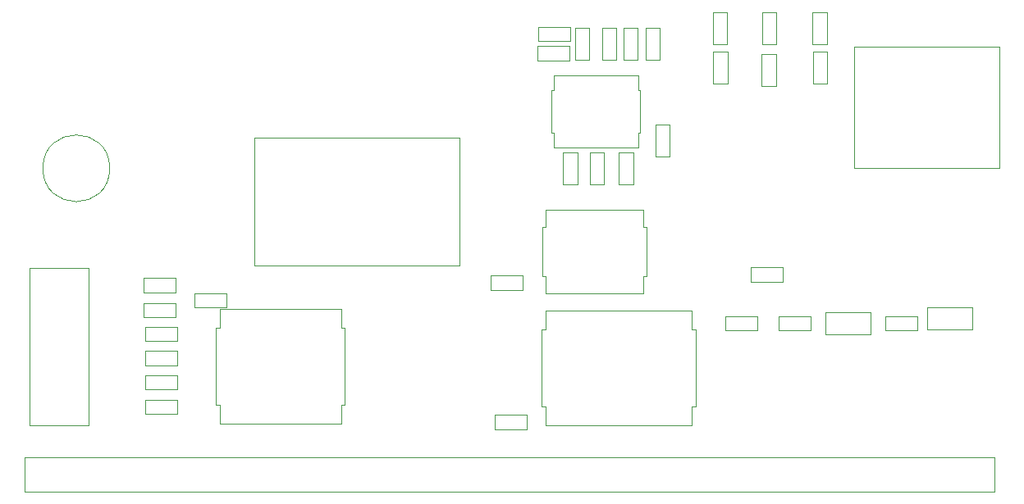
<source format=gbr>
%TF.GenerationSoftware,KiCad,Pcbnew,9.0.1+1*%
%TF.CreationDate,2025-08-21T22:40:51+00:00*%
%TF.ProjectId,rcbus-ymf262,72636275-732d-4796-9d66-3236322e6b69,@version@*%
%TF.SameCoordinates,Original*%
%TF.FileFunction,Other,User*%
%FSLAX46Y46*%
G04 Gerber Fmt 4.6, Leading zero omitted, Abs format (unit mm)*
G04 Created by KiCad (PCBNEW 9.0.1+1) date 2025-08-21 22:40:51*
%MOMM*%
%LPD*%
G01*
G04 APERTURE LIST*
%ADD10C,0.050000*%
G04 APERTURE END LIST*
D10*
%TO.C,C1*%
X108687500Y-156870000D02*
X111987500Y-156870000D01*
X108687500Y-158330000D02*
X108687500Y-156870000D01*
X111987500Y-156870000D02*
X111987500Y-158330000D01*
X111987500Y-158330000D02*
X108687500Y-158330000D01*
%TO.C,C7*%
X108312500Y-142470000D02*
X111612500Y-142470000D01*
X108312500Y-143930000D02*
X108312500Y-142470000D01*
X111612500Y-142470000D02*
X111612500Y-143930000D01*
X111612500Y-143930000D02*
X108312500Y-143930000D01*
%TO.C,CON1*%
X145819000Y-131345000D02*
X145819000Y-118845000D01*
X160819000Y-118845000D02*
X145819000Y-118845000D01*
X160819000Y-131345000D02*
X145819000Y-131345000D01*
X160819000Y-131345000D02*
X160819000Y-118845000D01*
%TO.C,JP1*%
X60680000Y-141690000D02*
X60680000Y-157930000D01*
X60680000Y-157930000D02*
X66770000Y-157930000D01*
X66770000Y-141690000D02*
X60680000Y-141690000D01*
X66770000Y-157930000D02*
X66770000Y-141690000D01*
%TO.C,X1*%
X83900000Y-128230000D02*
X83900000Y-141430000D01*
X83900000Y-141430000D02*
X105100000Y-141430000D01*
X105100000Y-128230000D02*
X83900000Y-128230000D01*
X105100000Y-141430000D02*
X105100000Y-128230000D01*
%TO.C,H1*%
X68982000Y-131382000D02*
G75*
G02*
X62082000Y-131382000I-3450000J0D01*
G01*
X62082000Y-131382000D02*
G75*
G02*
X68982000Y-131382000I3450000J0D01*
G01*
%TO.C,P1*%
X60200000Y-161200000D02*
X60200000Y-164800000D01*
X60200000Y-164800000D02*
X160300000Y-164800000D01*
X160300000Y-161200000D02*
X60200000Y-161200000D01*
X160300000Y-164800000D02*
X160300000Y-161200000D01*
%TO.C,U1*%
X79945000Y-147850000D02*
X80325000Y-147850000D01*
X79945000Y-155850000D02*
X79945000Y-147850000D01*
X80325000Y-145920000D02*
X92865000Y-145920000D01*
X80325000Y-147850000D02*
X80325000Y-145920000D01*
X80325000Y-155850000D02*
X79945000Y-155850000D01*
X80325000Y-157780000D02*
X80325000Y-155850000D01*
X92865000Y-145920000D02*
X92865000Y-147850000D01*
X92865000Y-147850000D02*
X93245000Y-147850000D01*
X92865000Y-155850000D02*
X92865000Y-157780000D01*
X92865000Y-157780000D02*
X80325000Y-157780000D01*
X93245000Y-147850000D02*
X93245000Y-155850000D01*
X93245000Y-155850000D02*
X92865000Y-155850000D01*
%TO.C,C11*%
X125270000Y-126850000D02*
X126730000Y-126850000D01*
X125270000Y-130150000D02*
X125270000Y-126850000D01*
X126730000Y-126850000D02*
X126730000Y-130150000D01*
X126730000Y-130150000D02*
X125270000Y-130150000D01*
%TO.C,C8*%
X115770000Y-129712500D02*
X117230000Y-129712500D01*
X115770000Y-133012500D02*
X115770000Y-129712500D01*
X117230000Y-129712500D02*
X117230000Y-133012500D01*
X117230000Y-133012500D02*
X115770000Y-133012500D01*
%TO.C,C12*%
X118520000Y-129712500D02*
X119980000Y-129712500D01*
X118520000Y-133012500D02*
X118520000Y-129712500D01*
X119980000Y-129712500D02*
X119980000Y-133012500D01*
X119980000Y-133012500D02*
X118520000Y-133012500D01*
%TO.C,U2*%
X113550000Y-148000000D02*
X113990000Y-148000000D01*
X113550000Y-156000000D02*
X113550000Y-148000000D01*
X113990000Y-146100000D02*
X129010000Y-146100000D01*
X113990000Y-148000000D02*
X113990000Y-146100000D01*
X113990000Y-156000000D02*
X113550000Y-156000000D01*
X113990000Y-157900000D02*
X113990000Y-156000000D01*
X129010000Y-146100000D02*
X129010000Y-148000000D01*
X129010000Y-148000000D02*
X129450000Y-148000000D01*
X129010000Y-156000000D02*
X129010000Y-157900000D01*
X129010000Y-157900000D02*
X113990000Y-157900000D01*
X129450000Y-148000000D02*
X129450000Y-156000000D01*
X129450000Y-156000000D02*
X129010000Y-156000000D01*
%TO.C,C6*%
X77687500Y-144270000D02*
X80987500Y-144270000D01*
X77687500Y-145730000D02*
X77687500Y-144270000D01*
X80987500Y-144270000D02*
X80987500Y-145730000D01*
X80987500Y-145730000D02*
X77687500Y-145730000D01*
%TO.C,L2*%
X149017400Y-146638100D02*
X152317400Y-146638100D01*
X149017400Y-148098100D02*
X149017400Y-146638100D01*
X152317400Y-146638100D02*
X152317400Y-148098100D01*
X152317400Y-148098100D02*
X149017400Y-148098100D01*
%TO.C,U3*%
X113600000Y-137470000D02*
X114000000Y-137470000D01*
X113600000Y-142530000D02*
X113600000Y-137470000D01*
X114000000Y-135700000D02*
X124000000Y-135700000D01*
X114000000Y-137470000D02*
X114000000Y-135700000D01*
X114000000Y-142530000D02*
X113600000Y-142530000D01*
X114000000Y-144300000D02*
X114000000Y-142530000D01*
X124000000Y-135700000D02*
X124000000Y-137470000D01*
X124000000Y-137470000D02*
X124400000Y-137470000D01*
X124000000Y-142530000D02*
X124000000Y-144300000D01*
X124000000Y-144300000D02*
X114000000Y-144300000D01*
X124400000Y-137470000D02*
X124400000Y-142530000D01*
X124400000Y-142530000D02*
X124000000Y-142530000D01*
%TO.C,C2*%
X132517400Y-146638100D02*
X135817400Y-146638100D01*
X132517400Y-148098100D02*
X132517400Y-146638100D01*
X135817400Y-146638100D02*
X135817400Y-148098100D01*
X135817400Y-148098100D02*
X132517400Y-148098100D01*
%TO.C,R6*%
X72662500Y-155290000D02*
X75962500Y-155290000D01*
X72662500Y-156750000D02*
X72662500Y-155290000D01*
X75962500Y-155290000D02*
X75962500Y-156750000D01*
X75962500Y-156750000D02*
X72662500Y-156750000D01*
%TO.C,C13*%
X124270000Y-116850000D02*
X125730000Y-116850000D01*
X124270000Y-120150000D02*
X124270000Y-116850000D01*
X125730000Y-116850000D02*
X125730000Y-120150000D01*
X125730000Y-120150000D02*
X124270000Y-120150000D01*
%TO.C,R10*%
X136270000Y-119600000D02*
X137730000Y-119600000D01*
X136270000Y-122900000D02*
X136270000Y-119600000D01*
X137730000Y-119600000D02*
X137730000Y-122900000D01*
X137730000Y-122900000D02*
X136270000Y-122900000D01*
%TO.C,C9*%
X119770000Y-116850000D02*
X121230000Y-116850000D01*
X119770000Y-120150000D02*
X119770000Y-116850000D01*
X121230000Y-116850000D02*
X121230000Y-120150000D01*
X121230000Y-120150000D02*
X119770000Y-120150000D01*
%TO.C,R5*%
X72662500Y-152780000D02*
X75962500Y-152780000D01*
X72662500Y-154240000D02*
X72662500Y-152780000D01*
X75962500Y-152780000D02*
X75962500Y-154240000D01*
X75962500Y-154240000D02*
X72662500Y-154240000D01*
%TO.C,R9*%
X113187500Y-116770000D02*
X116487500Y-116770000D01*
X113187500Y-118230000D02*
X113187500Y-116770000D01*
X116487500Y-116770000D02*
X116487500Y-118230000D01*
X116487500Y-118230000D02*
X113187500Y-118230000D01*
%TO.C,C17*%
X141520000Y-119350000D02*
X142980000Y-119350000D01*
X141520000Y-122650000D02*
X141520000Y-119350000D01*
X142980000Y-119350000D02*
X142980000Y-122650000D01*
X142980000Y-122650000D02*
X141520000Y-122650000D01*
%TO.C,R7*%
X121520000Y-129762500D02*
X122980000Y-129762500D01*
X121520000Y-133062500D02*
X121520000Y-129762500D01*
X122980000Y-129762500D02*
X122980000Y-133062500D01*
X122980000Y-133062500D02*
X121520000Y-133062500D01*
%TO.C,R8*%
X122020000Y-116850000D02*
X123480000Y-116850000D01*
X122020000Y-120150000D02*
X122020000Y-116850000D01*
X123480000Y-116850000D02*
X123480000Y-120150000D01*
X123480000Y-120150000D02*
X122020000Y-120150000D01*
%TO.C,R3*%
X72662500Y-147760000D02*
X75962500Y-147760000D01*
X72662500Y-149220000D02*
X72662500Y-147760000D01*
X75962500Y-147760000D02*
X75962500Y-149220000D01*
X75962500Y-149220000D02*
X72662500Y-149220000D01*
%TO.C,R1*%
X72487500Y-142740000D02*
X75787500Y-142740000D01*
X72487500Y-144200000D02*
X72487500Y-142740000D01*
X75787500Y-142740000D02*
X75787500Y-144200000D01*
X75787500Y-144200000D02*
X72487500Y-144200000D01*
%TO.C,C10*%
X117020000Y-116850000D02*
X118480000Y-116850000D01*
X117020000Y-120150000D02*
X117020000Y-116850000D01*
X118480000Y-116850000D02*
X118480000Y-120150000D01*
X118480000Y-120150000D02*
X117020000Y-120150000D01*
%TO.C,R2*%
X72487500Y-145330000D02*
X75787500Y-145330000D01*
X72487500Y-146790000D02*
X72487500Y-145330000D01*
X75787500Y-145330000D02*
X75787500Y-146790000D01*
X75787500Y-146790000D02*
X72487500Y-146790000D01*
%TO.C,U4*%
X114557500Y-123300000D02*
X114777500Y-123300000D01*
X114557500Y-127700000D02*
X114557500Y-123300000D01*
X114777500Y-121800000D02*
X123497500Y-121800000D01*
X114777500Y-123300000D02*
X114777500Y-121800000D01*
X114777500Y-127700000D02*
X114557500Y-127700000D01*
X114777500Y-129200000D02*
X114777500Y-127700000D01*
X123497500Y-121800000D02*
X123497500Y-123300000D01*
X123497500Y-123300000D02*
X123717500Y-123300000D01*
X123497500Y-127700000D02*
X123497500Y-129200000D01*
X123497500Y-129200000D02*
X114777500Y-129200000D01*
X123717500Y-123300000D02*
X123717500Y-127700000D01*
X123717500Y-127700000D02*
X123497500Y-127700000D01*
%TO.C,C16*%
X131234600Y-115237500D02*
X132694600Y-115237500D01*
X131234600Y-118537500D02*
X131234600Y-115237500D01*
X132694600Y-115237500D02*
X132694600Y-118537500D01*
X132694600Y-118537500D02*
X131234600Y-118537500D01*
%TO.C,C4*%
X142867400Y-146218100D02*
X147467400Y-146218100D01*
X142867400Y-148518100D02*
X142867400Y-146218100D01*
X147467400Y-146218100D02*
X147467400Y-148518100D01*
X147467400Y-148518100D02*
X142867400Y-148518100D01*
%TO.C,R4*%
X72662500Y-150270000D02*
X75962500Y-150270000D01*
X72662500Y-151730000D02*
X72662500Y-150270000D01*
X75962500Y-150270000D02*
X75962500Y-151730000D01*
X75962500Y-151730000D02*
X72662500Y-151730000D01*
%TO.C,C5*%
X153367400Y-145718100D02*
X157967400Y-145718100D01*
X153367400Y-148018100D02*
X153367400Y-145718100D01*
X157967400Y-145718100D02*
X157967400Y-148018100D01*
X157967400Y-148018100D02*
X153367400Y-148018100D01*
%TO.C,C18*%
X141509600Y-115237500D02*
X142969600Y-115237500D01*
X141509600Y-118537500D02*
X141509600Y-115237500D01*
X142969600Y-115237500D02*
X142969600Y-118537500D01*
X142969600Y-118537500D02*
X141509600Y-118537500D01*
%TO.C,C15*%
X131270000Y-119350000D02*
X132730000Y-119350000D01*
X131270000Y-122650000D02*
X131270000Y-119350000D01*
X132730000Y-119350000D02*
X132730000Y-122650000D01*
X132730000Y-122650000D02*
X131270000Y-122650000D01*
%TO.C,R11*%
X136284600Y-115237500D02*
X137744600Y-115237500D01*
X136284600Y-118537500D02*
X136284600Y-115237500D01*
X137744600Y-115237500D02*
X137744600Y-118537500D01*
X137744600Y-118537500D02*
X136284600Y-118537500D01*
%TO.C,C3*%
X138017400Y-146638100D02*
X141317400Y-146638100D01*
X138017400Y-148098100D02*
X138017400Y-146638100D01*
X141317400Y-146638100D02*
X141317400Y-148098100D01*
X141317400Y-148098100D02*
X138017400Y-148098100D01*
%TO.C,L1*%
X135142400Y-141638100D02*
X138442400Y-141638100D01*
X135142400Y-143098100D02*
X135142400Y-141638100D01*
X138442400Y-141638100D02*
X138442400Y-143098100D01*
X138442400Y-143098100D02*
X135142400Y-143098100D01*
%TO.C,C14*%
X113100000Y-118770000D02*
X116400000Y-118770000D01*
X113100000Y-120230000D02*
X113100000Y-118770000D01*
X116400000Y-118770000D02*
X116400000Y-120230000D01*
X116400000Y-120230000D02*
X113100000Y-120230000D01*
%TD*%
M02*

</source>
